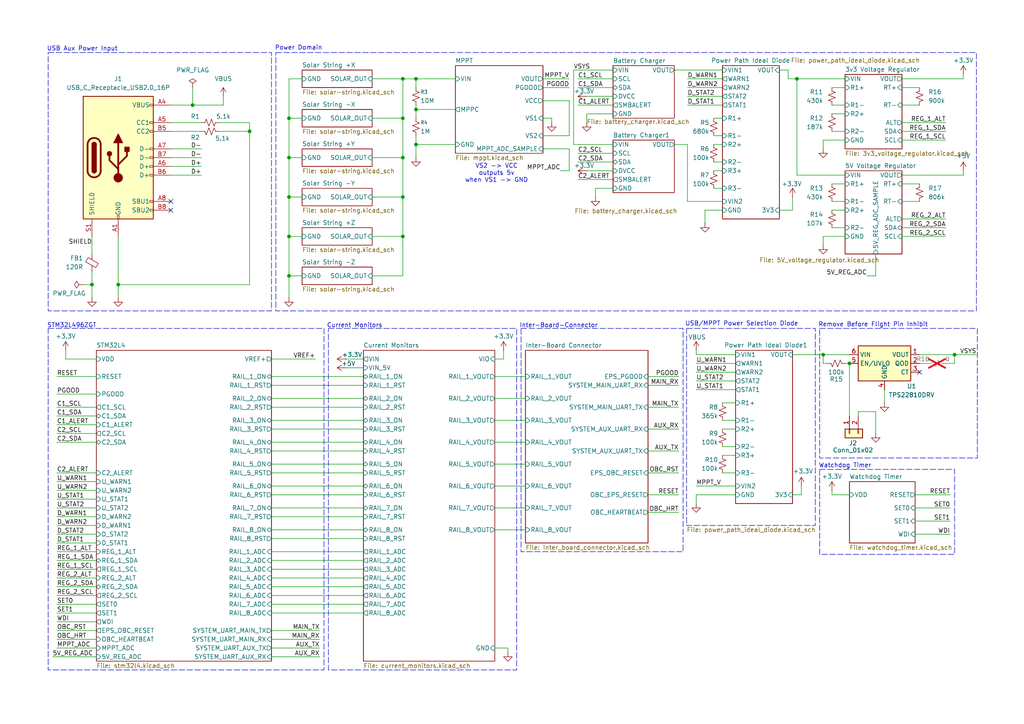
<source format=kicad_sch>
(kicad_sch (version 20250114) (generator "eeschema") (generator_version "9.0")
  (paper "A4")
  (title_block (title "OSUSat CubeSat EPS") (date "2025-08-22") (rev "1") (company "SCRT"))
  (lib_symbols
    (symbol "Connector:USB_C_Receptacle_USB2.0_16P" (pin_names (offset 1.016))
      (property "Reference" "J" (at 0 22.225 0))
      (property "Value" "USB_C_Receptacle_USB2.0_16P" (at 0 19.685 0))
      (symbol "USB_C_Receptacle_USB2.0_16P_0_0"
        (rectangle (start -0.254 -17.78) (end 0.254 -16.764))
        (rectangle (start 10.16 15.494) (end 9.144 14.986))
        (rectangle (start 10.16 10.414) (end 9.144 9.906))
        (rectangle (start 10.16 7.874) (end 9.144 7.366))
        (rectangle (start 10.16 2.794) (end 9.144 2.286))
        (rectangle (start 10.16 0.254) (end 9.144 -0.254))
        (rectangle (start 10.16 -2.286) (end 9.144 -2.794))
        (rectangle (start 10.16 -4.826) (end 9.144 -5.334))
        (rectangle (start 10.16 -12.446) (end 9.144 -12.954))
        (rectangle (start 10.16 -14.986) (end 9.144 -15.494))
      )
      (symbol "USB_C_Receptacle_USB2.0_16P_0_1"
        (rectangle (start -10.16 17.78) (end 10.16 -17.78) (stroke (width 0.254)) (fill (type background)))
        (polyline (pts (xy -8.89 -3.81) (xy -8.89 3.81)) (stroke (width 0.508)))
        (rectangle (start -7.62 -3.81) (end -6.35 3.81) (stroke (width 0.254)) (fill (type outline)))
        (arc (start -7.62 3.81) (mid -6.985 4.4423) (end -6.35 3.81) (stroke (width 0.254)))
        (arc (start -7.62 3.81) (mid -6.985 4.4423) (end -6.35 3.81) (stroke (width 0.254)) (fill (type outline)))
        (arc (start -8.89 3.81) (mid -6.985 5.7067) (end -5.08 3.81) (stroke (width 0.508)))
        (arc (start -5.08 -3.81) (mid -6.985 -5.7067) (end -8.89 -3.81) (stroke (width 0.508)))
        (arc (start -6.35 -3.81) (mid -6.985 -4.4423) (end -7.62 -3.81) (stroke (width 0.254)))
        (arc (start -6.35 -3.81) (mid -6.985 -4.4423) (end -7.62 -3.81) (stroke (width 0.254)) (fill (type outline)))
        (polyline (pts (xy -5.08 3.81) (xy -5.08 -3.81)) (stroke (width 0.508)))
        (circle (center -2.54 1.143) (radius 0.635) (stroke (width 0.254)) (fill (type outline)))
        (polyline (pts (xy -1.27 4.318) (xy 0 6.858) (xy 1.27 4.318) (xy -1.27 4.318)) (stroke (width 0.254)) (fill (type outline)))
        (polyline (pts (xy 0 -2.032) (xy 2.54 0.508) (xy 2.54 1.778)) (stroke (width 0.508)))
        (polyline (pts (xy 0 -3.302) (xy -2.54 -0.762) (xy -2.54 0.508)) (stroke (width 0.508)))
        (polyline (pts (xy 0 -5.842) (xy 0 4.318)) (stroke (width 0.508)))
        (circle (center 0 -5.842) (radius 1.27) (fill (type outline)))
        (rectangle (start 1.905 1.778) (end 3.175 3.048) (stroke (width 0.254)) (fill (type outline)))
      )
      (symbol "USB_C_Receptacle_USB2.0_16P_1_1"
        (pin passive line (at -7.62 -22.86 90) (length 5.08) (name "SHIELD") (number "S1"))
        (pin passive line (at 0 -22.86 90) (length 5.08) (name "GND") (number "A1"))
        (pin passive line (at 0 -22.86 90) (length 5.08) (hide yes) (name "GND") (number "A12"))
        (pin passive line (at 0 -22.86 90) (length 5.08) (hide yes) (name "GND") (number "B1"))
        (pin passive line (at 0 -22.86 90) (length 5.08) (hide yes) (name "GND") (number "B12"))
        (pin passive line (at 15.24 15.24 180) (length 5.08) (name "VBUS") (number "A4"))
        (pin passive line (at 15.24 15.24 180) (length 5.08) (hide yes) (name "VBUS") (number "A9"))
        (pin passive line (at 15.24 15.24 180) (length 5.08) (hide yes) (name "VBUS") (number "B4"))
        (pin passive line (at 15.24 15.24 180) (length 5.08) (hide yes) (name "VBUS") (number "B9"))
        (pin bidirectional line (at 15.24 10.16 180) (length 5.08) (name "CC1") (number "A5"))
        (pin bidirectional line (at 15.24 7.62 180) (length 5.08) (name "CC2") (number "B5"))
        (pin bidirectional line (at 15.24 2.54 180) (length 5.08) (name "D-") (number "A7"))
        (pin bidirectional line (at 15.24 0 180) (length 5.08) (name "D-") (number "B7"))
        (pin bidirectional line (at 15.24 -2.54 180) (length 5.08) (name "D+") (number "A6"))
        (pin bidirectional line (at 15.24 -5.08 180) (length 5.08) (name "D+") (number "B6"))
        (pin bidirectional line (at 15.24 -12.7 180) (length 5.08) (name "SBU1") (number "A8"))
        (pin bidirectional line (at 15.24 -15.24 180) (length 5.08) (name "SBU2") (number "B8"))
      )
    )
    (symbol "Connector_Generic:Conn_01x02" (pin_names (offset 1.016) (hide yes))
      (property "Reference" "J" (at 0 2.54 0))
      (property "Value" "Conn_01x02" (at 0 -5.08 0))
      (symbol "Conn_01x02_1_1"
        (rectangle (start -1.27 1.27) (end 1.27 -3.81) (stroke (width 0.254)) (fill (type background)))
        (rectangle (start -1.27 0.127) (end 0 -0.127) (stroke (width 0.1524)))
        (rectangle (start -1.27 -2.413) (end 0 -2.667) (stroke (width 0.1524)))
        (pin passive line (at -5.08 0 0) (length 3.81) (name "Pin_1") (number "1"))
        (pin passive line (at -5.08 -2.54 0) (length 3.81) (name "Pin_2") (number "2"))
      )
    )
    (symbol "Device:FerriteBead_Small" (pin_numbers (hide yes)) (pin_names (offset 0))
      (property "Reference" "FB" (at 1.905 1.27 0))
      (property "Value" "FerriteBead_Small" (at 1.905 -1.27 0))
      (symbol "FerriteBead_Small_0_1"
        (polyline (pts (xy -1.8288 0.2794) (xy -1.1176 1.4986) (xy 1.8288 -0.2032) (xy 1.1176 -1.4224) (xy -1.8288 0.2794)))
        (polyline (pts (xy 0 0.889) (xy 0 1.2954)))
        (polyline (pts (xy 0 -1.27) (xy 0 -0.7874)))
      )
      (symbol "FerriteBead_Small_1_1"
        (pin passive line (at 0 2.54 270) (length 1.27) (name "~") (number "1"))
        (pin passive line (at 0 -2.54 90) (length 1.27) (name "~") (number "2"))
      )
    )
    (symbol "Device:R_Small_US" (pin_numbers (hide yes)) (pin_names (offset 0.254) (hide yes))
      (property "Reference" "R" (at 0.762 0.508 0))
      (property "Value" "R_Small_US" (at 0.762 -1.016 0))
      (symbol "R_Small_US_1_1"
        (polyline (pts (xy 0 1.524) (xy 1.016 1.143) (xy 0 0.762) (xy -1.016 0.381) (xy 0 0)))
        (polyline (pts (xy 0 0) (xy 1.016 -0.381) (xy 0 -0.762) (xy -1.016 -1.143) (xy 0 -1.524)))
        (pin passive line (at 0 2.54 270) (length 1.016) (name "~") (number "1"))
        (pin passive line (at 0 -2.54 90) (length 1.016) (name "~") (number "2"))
      )
    )
    (symbol "Power_Management:TPS22810DRV"
      (property "Reference" "U" (at -6.35 6.35 0))
      (property "Value" "TPS22810DRV" (at 7.62 -6.35 0))
      (symbol "TPS22810DRV_1_1"
        (rectangle (start -7.62 5.08) (end 7.62 -5.08) (stroke (width 0.254)) (fill (type background)))
        (pin power_in line (at -10.16 2.54 0) (length 2.54) (name "VIN") (number "6"))
        (pin input line (at -10.16 0 0) (length 2.54) (name "EN/UVLO") (number "5"))
        (pin power_in line (at 0 -7.62 90) (length 2.54) (name "GND") (number "4"))
        (pin passive line (at 0 -7.62 90) (length 2.54) (hide yes) (name "GND") (number "7"))
        (pin power_out line (at 10.16 2.54 180) (length 2.54) (name "VOUT") (number "1"))
        (pin open_collector line (at 10.16 0 180) (length 2.54) (name "QOD") (number "2"))
        (pin output line (at 10.16 -2.54 180) (length 2.54) (name "CT") (number "3"))
      )
    )
    (symbol "power:+3.3V" (power) (pin_numbers (hide yes)) (pin_names (offset 0) (hide yes))
      (property "Value" "+3.3V" (at 0 3.556 0))
      (symbol "+3.3V_0_1"
        (polyline (pts (xy -0.762 1.27) (xy 0 2.54)))
        (polyline (pts (xy 0 2.54) (xy 0.762 1.27)))
        (polyline (pts (xy 0 0) (xy 0 2.54)))
      )
      (symbol "+3.3V_1_1"
        (pin power_in line (at 0 0 90) (length 0) (name "~") (number "1"))
      )
    )
    (symbol "power:+5V" (power) (pin_numbers (hide yes)) (pin_names (offset 0) (hide yes))
      (property "Value" "+5V" (at 0 3.556 0))
      (symbol "+5V_0_1"
        (polyline (pts (xy -0.762 1.27) (xy 0 2.54)))
        (polyline (pts (xy 0 2.54) (xy 0.762 1.27)))
        (polyline (pts (xy 0 0) (xy 0 2.54)))
      )
      (symbol "+5V_1_1"
        (pin power_in line (at 0 0 90) (length 0) (name "~") (number "1"))
      )
    )
    (symbol "power:GND" (power) (pin_numbers (hide yes)) (pin_names (offset 0) (hide yes))
      (property "Value" "GND" (at 0 -3.81 0))
      (symbol "GND_0_1"
        (polyline (pts (xy 0 0) (xy 0 -1.27) (xy 1.27 -1.27) (xy 0 -2.54) (xy -1.27 -1.27) (xy 0 -1.27)))
      )
      (symbol "GND_1_1"
        (pin power_in line (at 0 0 270) (length 0) (name "~") (number "1"))
      )
    )
    (symbol "power:PWR_FLAG" (power) (pin_numbers (hide yes)) (pin_names (offset 0) (hide yes))
      (property "Value" "PWR_FLAG" (at 0 3.81 0))
      (symbol "PWR_FLAG_0_0"
        (pin power_out line (at 0 0 90) (length 0) (name "~") (number "1"))
      )
      (symbol "PWR_FLAG_0_1"
        (polyline (pts (xy 0 0) (xy 0 1.27) (xy -1.016 1.905) (xy 0 2.54) (xy 1.016 1.905) (xy 0 1.27)))
      )
    )
    (symbol "power:VBUS" (power) (pin_numbers (hide yes)) (pin_names (offset 0) (hide yes))
      (property "Value" "VBUS" (at 0 3.556 0))
      (symbol "VBUS_0_1"
        (polyline (pts (xy -0.762 1.27) (xy 0 2.54)))
        (polyline (pts (xy 0 2.54) (xy 0.762 1.27)))
        (polyline (pts (xy 0 0) (xy 0 2.54)))
      )
      (symbol "VBUS_1_1"
        (pin power_in line (at 0 0 90) (length 0) (name "~") (number "1"))
      )
    )
  )
  (rectangle (start 95.25 95.25) (end 149.86 194.31) (stroke (width 0) (type dash)))
  (rectangle (start 13.97 95.25) (end 93.98 194.31) (stroke (width 0) (type dash)))
  (rectangle (start 199.136 95.25) (end 236.474 152.4) (stroke (width 0) (type dash)))
  (rectangle (start 237.744 136.144) (end 276.86 160.782) (stroke (width 0) (type dash)))
  (rectangle (start 237.744 95.25) (end 283.464 132.842) (stroke (width 0) (type dash)))
  (rectangle (start 13.97 15.24) (end 78.74 90.17) (stroke (width 0) (type dash)))
  (rectangle (start 151.13 95.25) (end 198.12 160.02) (stroke (width 0) (type dash)))
  (rectangle (start 80.01 15.24) (end 283.21 90.17) (stroke (width 0) (type dash)))
  (text "VS2 -> VCC\noutputs 5v\nwhen VS1 -> GND" (at 144.018 50.292 0) (effects (font (size 1.27 1.27))))
  (text "Inter-Board-Connector" (at 162.052 94.488 0) (effects (font (size 1.27 1.27))))
  (text "Remove Before Flight Pin Inhibit" (at 253.238 94.234 0) (effects (font (size 1.27 1.27))))
  (text "Watchdog Timer" (at 245.11 135.128 0) (effects (font (size 1.27 1.27))))
  (text "USB/MPPT Power Selection Diode" (at 215.138 93.98 0) (effects (font (size 1.27 1.27))))
  (text "Current Monitors" (at 102.87 94.488 0) (effects (font (size 1.27 1.27))))
  (text "Power Domain" (at 86.614 13.97 0) (effects (font (size 1.27 1.27))))
  (text "STM32L496ZGT" (at 20.828 94.488 0) (effects (font (size 1.27 1.27))))
  (text "USB Aux Power Input" (at 23.876 14.224 0) (effects (font (size 1.27 1.27))))
  (junction (at 83.82 45.72))
  (junction (at 26.67 82.55))
  (junction (at 120.65 31.75))
  (junction (at 116.84 68.58))
  (junction (at 116.84 45.72))
  (junction (at 34.29 82.55))
  (junction (at 83.82 68.58))
  (junction (at 72.39 38.1))
  (junction (at 116.84 22.86))
  (junction (at 83.82 34.29))
  (junction (at 238.76 102.87))
  (junction (at 55.88 30.48))
  (junction (at 120.65 41.91))
  (junction (at 83.82 80.01))
  (junction (at 116.84 34.29))
  (junction (at 116.84 57.15))
  (junction (at 83.82 57.15))
  (junction (at 276.86 102.87))
  (junction (at 231.14 22.86))
  (junction (at 120.65 22.86))
  (junction (at 246.38 105.41))
  (no_connect (at 49.53 58.42))
  (no_connect (at 49.53 60.96))
  (no_connect (at 266.7 107.95))
  (wire (pts (xy 16.51 165.1) (xy 27.94 165.1)))
  (wire (pts (xy 16.51 167.64) (xy 27.94 167.64)))
  (wire (pts (xy 209.55 132.08) (xy 213.36 132.08)))
  (wire (pts (xy 72.39 38.1) (xy 72.39 82.55)))
  (wire (pts (xy 16.51 180.34) (xy 27.94 180.34)))
  (wire (pts (xy 107.95 68.58) (xy 116.84 68.58)))
  (wire (pts (xy 157.48 34.29) (xy 160.02 34.29)))
  (wire (pts (xy 72.39 82.55) (xy 34.29 82.55)))
  (wire (pts (xy 78.74 182.88) (xy 92.71 182.88)))
  (wire (pts (xy 261.62 68.58) (xy 274.32 68.58)))
  (wire (pts (xy 143.51 134.62) (xy 152.4 134.62)))
  (wire (pts (xy 195.58 20.32) (xy 209.55 20.32)))
  (wire (pts (xy 274.32 105.41) (xy 276.86 105.41)))
  (wire (pts (xy 78.74 153.67) (xy 105.41 153.67)))
  (wire (pts (xy 16.51 177.8) (xy 27.94 177.8)))
  (wire (pts (xy 209.55 121.92) (xy 213.36 121.92)))
  (wire (pts (xy 78.74 134.62) (xy 105.41 134.62)))
  (wire (pts (xy 240.03 105.41) (xy 238.76 105.41)))
  (wire (pts (xy 78.74 137.16) (xy 105.41 137.16)))
  (wire (pts (xy 165.1 29.21) (xy 157.48 29.21)))
  (wire (pts (xy 83.82 57.15) (xy 83.82 68.58)))
  (wire (pts (xy 261.62 25.4) (xy 266.7 25.4)))
  (wire (pts (xy 78.74 187.96) (xy 92.71 187.96)))
  (wire (pts (xy 83.82 34.29) (xy 87.63 34.29)))
  (wire (pts (xy 143.51 153.67) (xy 152.4 153.67)))
  (wire (pts (xy 78.74 160.02) (xy 105.41 160.02)))
  (wire (pts (xy 238.76 105.41) (xy 238.76 102.87)))
  (wire (pts (xy 167.64 46.99) (xy 177.8 46.99)))
  (wire (pts (xy 83.82 57.15) (xy 87.63 57.15)))
  (wire (pts (xy 16.51 114.3) (xy 27.94 114.3)))
  (wire (pts (xy 241.3 33.02) (xy 245.11 33.02)))
  (wire (pts (xy 187.96 111.76) (xy 196.85 111.76)))
  (wire (pts (xy 83.82 68.58) (xy 87.63 68.58)))
  (wire (pts (xy 78.74 104.14) (xy 91.44 104.14)))
  (wire (pts (xy 167.64 52.07) (xy 177.8 52.07)))
  (wire (pts (xy 165.1 49.53) (xy 162.56 49.53)))
  (wire (pts (xy 276.86 105.41) (xy 276.86 102.87)))
  (wire (pts (xy 279.4 50.8) (xy 279.4 49.53)))
  (wire (pts (xy 172.72 54.61) (xy 172.72 57.15)))
  (wire (pts (xy 83.82 80.01) (xy 87.63 80.01)))
  (wire (pts (xy 34.29 68.58) (xy 34.29 82.55)))
  (wire (pts (xy 16.51 152.4) (xy 27.94 152.4)))
  (wire (pts (xy 231.14 22.86) (xy 245.11 22.86)))
  (wire (pts (xy 116.84 68.58) (xy 116.84 57.15)))
  (wire (pts (xy 16.51 109.22) (xy 27.94 109.22)))
  (wire (pts (xy 146.05 101.6) (xy 146.05 104.14)))
  (wire (pts (xy 195.58 41.91) (xy 199.39 41.91)))
  (wire (pts (xy 261.62 35.56) (xy 274.32 35.56)))
  (wire (pts (xy 16.51 118.11) (xy 27.94 118.11)))
  (wire (pts (xy 83.82 80.01) (xy 83.82 86.36)))
  (wire (pts (xy 201.93 101.6) (xy 201.93 102.87)))
  (wire (pts (xy 78.74 115.57) (xy 105.41 115.57)))
  (wire (pts (xy 207.01 46.99) (xy 209.55 46.99)))
  (wire (pts (xy 78.74 177.8) (xy 105.41 177.8)))
  (wire (pts (xy 165.1 39.37) (xy 165.1 29.21)))
  (wire (pts (xy 120.65 31.75) (xy 120.65 34.29)))
  (wire (pts (xy 248.92 119.38) (xy 254 119.38)))
  (wire (pts (xy 83.82 22.86) (xy 83.82 34.29)))
  (wire (pts (xy 238.76 102.87) (xy 246.38 102.87)))
  (wire (pts (xy 64.77 30.48) (xy 64.77 27.94)))
  (wire (pts (xy 120.65 45.72) (xy 120.65 41.91)))
  (wire (pts (xy 16.51 125.73) (xy 27.94 125.73)))
  (wire (pts (xy 199.39 30.48) (xy 209.55 30.48)))
  (wire (pts (xy 187.96 118.11) (xy 196.85 118.11)))
  (wire (pts (xy 232.41 143.51) (xy 229.87 143.51)))
  (wire (pts (xy 207.01 49.53) (xy 209.55 49.53)))
  (wire (pts (xy 209.55 124.46) (xy 213.36 124.46)))
  (wire (pts (xy 16.51 147.32) (xy 27.94 147.32)))
  (wire (pts (xy 78.74 143.51) (xy 105.41 143.51)))
  (wire (pts (xy 261.62 66.04) (xy 274.32 66.04)))
  (wire (pts (xy 16.51 170.18) (xy 27.94 170.18)))
  (wire (pts (xy 78.74 109.22) (xy 105.41 109.22)))
  (wire (pts (xy 78.74 130.81) (xy 105.41 130.81)))
  (wire (pts (xy 107.95 57.15) (xy 116.84 57.15)))
  (wire (pts (xy 199.39 22.86) (xy 209.55 22.86)))
  (wire (pts (xy 78.74 111.76) (xy 105.41 111.76)))
  (wire (pts (xy 143.51 187.96) (xy 147.32 187.96)))
  (wire (pts (xy 49.53 45.72) (xy 58.42 45.72)))
  (wire (pts (xy 261.62 50.8) (xy 279.4 50.8)))
  (wire (pts (xy 16.51 120.65) (xy 27.94 120.65)))
  (wire (pts (xy 16.51 149.86) (xy 27.94 149.86)))
  (wire (pts (xy 19.05 104.14) (xy 27.94 104.14)))
  (wire (pts (xy 26.67 68.58) (xy 26.67 73.66)))
  (wire (pts (xy 16.51 123.19) (xy 27.94 123.19)))
  (wire (pts (xy 120.65 22.86) (xy 132.08 22.86)))
  (wire (pts (xy 26.67 82.55) (xy 26.67 86.36)))
  (wire (pts (xy 100.33 106.68) (xy 105.41 106.68)))
  (wire (pts (xy 16.51 187.96) (xy 27.94 187.96)))
  (wire (pts (xy 107.95 22.86) (xy 116.84 22.86)))
  (wire (pts (xy 83.82 34.29) (xy 83.82 45.72)))
  (wire (pts (xy 78.74 149.86) (xy 105.41 149.86)))
  (wire (pts (xy 49.53 30.48) (xy 55.88 30.48)))
  (wire (pts (xy 170.18 49.53) (xy 177.8 49.53)))
  (wire (pts (xy 232.41 140.97) (xy 232.41 143.51)))
  (wire (pts (xy 16.51 175.26) (xy 27.94 175.26)))
  (wire (pts (xy 241.3 53.34) (xy 245.11 53.34)))
  (wire (pts (xy 72.39 38.1) (xy 63.5 38.1)))
  (wire (pts (xy 199.39 41.91) (xy 199.39 58.42)))
  (wire (pts (xy 16.51 139.7) (xy 27.94 139.7)))
  (wire (pts (xy 209.55 116.84) (xy 213.36 116.84)))
  (wire (pts (xy 209.55 129.54) (xy 213.36 129.54)))
  (wire (pts (xy 209.55 137.16) (xy 213.36 137.16)))
  (wire (pts (xy 78.74 190.5) (xy 92.71 190.5)))
  (wire (pts (xy 24.13 82.55) (xy 26.67 82.55)))
  (wire (pts (xy 170.18 33.02) (xy 177.8 33.02)))
  (wire (pts (xy 166.37 20.32) (xy 166.37 41.91)))
  (wire (pts (xy 116.84 22.86) (xy 120.65 22.86)))
  (wire (pts (xy 254 80.01) (xy 251.46 80.01)))
  (wire (pts (xy 261.62 63.5) (xy 274.32 63.5)))
  (wire (pts (xy 261.62 40.64) (xy 274.32 40.64)))
  (wire (pts (xy 207.01 39.37) (xy 209.55 39.37)))
  (wire (pts (xy 16.51 137.16) (xy 27.94 137.16)))
  (wire (pts (xy 78.74 156.21) (xy 105.41 156.21)))
  (wire (pts (xy 229.87 102.87) (xy 238.76 102.87)))
  (wire (pts (xy 78.74 162.56) (xy 105.41 162.56)))
  (wire (pts (xy 143.51 109.22) (xy 152.4 109.22)))
  (wire (pts (xy 241.3 143.51) (xy 246.38 143.51)))
  (wire (pts (xy 116.84 57.15) (xy 116.84 45.72)))
  (wire (pts (xy 265.43 154.94) (xy 275.59 154.94)))
  (wire (pts (xy 78.74 124.46) (xy 105.41 124.46)))
  (wire (pts (xy 201.93 143.51) (xy 201.93 146.05)))
  (wire (pts (xy 34.29 82.55) (xy 34.29 86.36)))
  (wire (pts (xy 157.48 22.86) (xy 165.1 22.86)))
  (wire (pts (xy 157.48 43.18) (xy 165.1 43.18)))
  (wire (pts (xy 229.87 60.96) (xy 226.06 60.96)))
  (wire (pts (xy 228.6 20.32) (xy 226.06 20.32)))
  (wire (pts (xy 265.43 147.32) (xy 275.59 147.32)))
  (wire (pts (xy 87.63 22.86) (xy 83.82 22.86)))
  (wire (pts (xy 100.33 104.14) (xy 105.41 104.14)))
  (wire (pts (xy 166.37 41.91) (xy 177.8 41.91)))
  (wire (pts (xy 167.64 30.48) (xy 177.8 30.48)))
  (wire (pts (xy 78.74 128.27) (xy 105.41 128.27)))
  (wire (pts (xy 167.64 25.4) (xy 177.8 25.4)))
  (wire (pts (xy 265.43 151.13) (xy 275.59 151.13)))
  (wire (pts (xy 49.53 48.26) (xy 58.42 48.26)))
  (wire (pts (xy 116.84 45.72) (xy 116.84 34.29)))
  (wire (pts (xy 170.18 27.94) (xy 177.8 27.94)))
  (wire (pts (xy 229.87 57.15) (xy 229.87 60.96)))
  (wire (pts (xy 63.5 35.56) (xy 72.39 35.56)))
  (wire (pts (xy 167.64 44.45) (xy 177.8 44.45)))
  (wire (pts (xy 276.86 102.87) (xy 283.21 102.87)))
  (wire (pts (xy 78.74 165.1) (xy 105.41 165.1)))
  (wire (pts (xy 83.82 45.72) (xy 87.63 45.72)))
  (wire (pts (xy 231.14 50.8) (xy 245.11 50.8)))
  (wire (pts (xy 261.62 58.42) (xy 266.7 58.42)))
  (wire (pts (xy 78.74 140.97) (xy 105.41 140.97)))
  (wire (pts (xy 120.65 41.91) (xy 132.08 41.91)))
  (wire (pts (xy 143.51 128.27) (xy 152.4 128.27)))
  (wire (pts (xy 177.8 54.61) (xy 172.72 54.61)))
  (wire (pts (xy 49.53 35.56) (xy 58.42 35.56)))
  (wire (pts (xy 78.74 121.92) (xy 105.41 121.92)))
  (wire (pts (xy 49.53 43.18) (xy 58.42 43.18)))
  (wire (pts (xy 167.64 22.86) (xy 177.8 22.86)))
  (wire (pts (xy 241.3 25.4) (xy 245.11 25.4)))
  (wire (pts (xy 201.93 105.41) (xy 213.36 105.41)))
  (wire (pts (xy 187.96 143.51) (xy 196.85 143.51)))
  (wire (pts (xy 201.93 140.97) (xy 213.36 140.97)))
  (wire (pts (xy 207.01 41.91) (xy 209.55 41.91)))
  (wire (pts (xy 16.51 172.72) (xy 27.94 172.72)))
  (wire (pts (xy 199.39 27.94) (xy 209.55 27.94)))
  (wire (pts (xy 16.51 142.24) (xy 27.94 142.24)))
  (wire (pts (xy 15.24 190.5) (xy 27.94 190.5)))
  (wire (pts (xy 266.7 105.41) (xy 269.24 105.41)))
  (wire (pts (xy 78.74 170.18) (xy 105.41 170.18)))
  (wire (pts (xy 49.53 50.8) (xy 58.42 50.8)))
  (wire (pts (xy 241.3 142.24) (xy 241.3 143.51)))
  (wire (pts (xy 116.84 34.29) (xy 116.84 22.86)))
  (wire (pts (xy 157.48 39.37) (xy 165.1 39.37)))
  (wire (pts (xy 241.3 30.48) (xy 245.11 30.48)))
  (wire (pts (xy 27.94 182.88) (xy 16.51 182.88)))
  (wire (pts (xy 78.74 175.26) (xy 105.41 175.26)))
  (wire (pts (xy 204.47 60.96) (xy 204.47 64.77)))
  (wire (pts (xy 19.05 101.6) (xy 19.05 104.14)))
  (wire (pts (xy 143.51 121.92) (xy 152.4 121.92)))
  (wire (pts (xy 201.93 102.87) (xy 213.36 102.87)))
  (wire (pts (xy 55.88 25.4) (xy 55.88 30.48)))
  (wire (pts (xy 16.51 160.02) (xy 27.94 160.02)))
  (wire (pts (xy 245.11 68.58) (xy 238.76 68.58)))
  (wire (pts (xy 72.39 35.56) (xy 72.39 38.1)))
  (wire (pts (xy 201.93 113.03) (xy 213.36 113.03)))
  (wire (pts (xy 166.37 20.32) (xy 177.8 20.32)))
  (wire (pts (xy 261.62 38.1) (xy 274.32 38.1)))
  (wire (pts (xy 213.36 143.51) (xy 201.93 143.51)))
  (wire (pts (xy 160.02 34.29) (xy 160.02 35.56)))
  (wire (pts (xy 187.96 130.81) (xy 196.85 130.81)))
  (wire (pts (xy 143.51 147.32) (xy 152.4 147.32)))
  (wire (pts (xy 107.95 34.29) (xy 116.84 34.29)))
  (wire (pts (xy 241.3 38.1) (xy 245.11 38.1)))
  (wire (pts (xy 238.76 40.64) (xy 238.76 43.18)))
  (wire (pts (xy 254 73.66) (xy 254 80.01)))
  (wire (pts (xy 165.1 43.18) (xy 165.1 49.53)))
  (wire (pts (xy 265.43 143.51) (xy 275.59 143.51)))
  (wire (pts (xy 187.96 137.16) (xy 196.85 137.16)))
  (wire (pts (xy 279.4 22.86) (xy 279.4 21.59)))
  (wire (pts (xy 245.11 105.41) (xy 246.38 105.41)))
  (wire (pts (xy 238.76 68.58) (xy 238.76 71.12)))
  (wire (pts (xy 120.65 30.48) (xy 120.65 31.75)))
  (wire (pts (xy 16.51 144.78) (xy 27.94 144.78)))
  (wire (pts (xy 246.38 105.41) (xy 246.38 120.65)))
  (wire (pts (xy 248.92 119.38) (xy 248.92 120.65)))
  (wire (pts (xy 209.55 60.96) (xy 204.47 60.96)))
  (wire (pts (xy 78.74 118.11) (xy 105.41 118.11)))
  (wire (pts (xy 170.18 35.56) (xy 170.18 33.02)))
  (wire (pts (xy 157.48 25.4) (xy 165.1 25.4)))
  (wire (pts (xy 201.93 107.95) (xy 213.36 107.95)))
  (wire (pts (xy 266.7 102.87) (xy 276.86 102.87)))
  (wire (pts (xy 187.96 148.59) (xy 196.85 148.59)))
  (wire (pts (xy 120.65 31.75) (xy 132.08 31.75)))
  (wire (pts (xy 228.6 22.86) (xy 228.6 20.32)))
  (wire (pts (xy 16.51 128.27) (xy 27.94 128.27)))
  (wire (pts (xy 201.93 110.49) (xy 213.36 110.49)))
  (wire (pts (xy 187.96 109.22) (xy 196.85 109.22)))
  (wire (pts (xy 120.65 39.37) (xy 120.65 41.91)))
  (wire (pts (xy 187.96 124.46) (xy 196.85 124.46)))
  (wire (pts (xy 107.95 45.72) (xy 116.84 45.72)))
  (wire (pts (xy 254 119.38) (xy 254 125.73)))
  (wire (pts (xy 27.94 185.42) (xy 16.51 185.42)))
  (wire (pts (xy 241.3 58.42) (xy 245.11 58.42)))
  (wire (pts (xy 78.74 172.72) (xy 105.41 172.72)))
  (wire (pts (xy 78.74 147.32) (xy 105.41 147.32)))
  (wire (pts (xy 207.01 34.29) (xy 209.55 34.29)))
  (wire (pts (xy 261.62 22.86) (xy 279.4 22.86)))
  (wire (pts (xy 116.84 80.01) (xy 116.84 68.58)))
  (wire (pts (xy 241.3 66.04) (xy 245.11 66.04)))
  (wire (pts (xy 199.39 58.42) (xy 209.55 58.42)))
  (wire (pts (xy 143.51 140.97) (xy 152.4 140.97)))
  (wire (pts (xy 16.51 154.94) (xy 27.94 154.94)))
  (wire (pts (xy 49.53 38.1) (xy 58.42 38.1)))
  (wire (pts (xy 245.11 40.64) (xy 238.76 40.64)))
  (wire (pts (xy 147.32 187.96) (xy 147.32 189.23)))
  (wire (pts (xy 107.95 80.01) (xy 116.84 80.01)))
  (wire (pts (xy 231.14 22.86) (xy 231.14 50.8)))
  (wire (pts (xy 228.6 22.86) (xy 231.14 22.86)))
  (wire (pts (xy 26.67 78.74) (xy 26.67 82.55)))
  (wire (pts (xy 16.51 162.56) (xy 27.94 162.56)))
  (wire (pts (xy 78.74 167.64) (xy 105.41 167.64)))
  (wire (pts (xy 83.82 68.58) (xy 83.82 80.01)))
  (wire (pts (xy 241.3 60.96) (xy 245.11 60.96)))
  (wire (pts (xy 78.74 185.42) (xy 92.71 185.42)))
  (wire (pts (xy 120.65 22.86) (xy 120.65 25.4)))
  (wire (pts (xy 256.54 113.03) (xy 256.54 116.84)))
  (wire (pts (xy 199.39 25.4) (xy 209.55 25.4)))
  (wire (pts (xy 143.51 115.57) (xy 152.4 115.57)))
  (wire (pts (xy 143.51 104.14) (xy 146.05 104.14)))
  (wire (pts (xy 207.01 54.61) (xy 209.55 54.61)))
  (wire (pts (xy 16.51 157.48) (xy 27.94 157.48)))
  (wire (pts (xy 261.62 53.34) (xy 266.7 53.34)))
  (wire (pts (xy 55.88 30.48) (xy 64.77 30.48)))
  (wire (pts (xy 261.62 30.48) (xy 266.7 30.48)))
  (wire (pts (xy 83.82 45.72) (xy 83.82 57.15)))
  (label "U_WARN1" (at 201.93 105.41 0))
  (label "D+" (at 58.42 50.8 180))
  (label "C1_SDA" (at 167.64 25.4 0))
  (label "RESET" (at 196.85 143.51 180))
  (label "C2_SDA" (at 167.64 46.99 0))
  (label "U_STAT2" (at 201.93 110.49 0))
  (label "U_STAT1" (at 201.93 113.03 0))
  (label "5V_REG_ADC" (at 251.46 80.01 180))
  (label "U_STAT1" (at 16.51 144.78 0))
  (label "C1_ALERT" (at 167.64 30.48 0))
  (label "REG_2_ALT" (at 274.32 63.5 180))
  (label "C2_ALERT" (at 16.51 137.16 0))
  (label "REG_1_SDA" (at 274.32 38.1 180))
  (label "C1_SCL" (at 16.51 118.11 0))
  (label "MAIN_TX" (at 92.71 182.88 180))
  (label "REG_2_SCL" (at 16.51 172.72 0))
  (label "AUX_RX" (at 92.71 190.5 180))
  (label "D-" (at 58.42 45.72 180))
  (label "PGOOD" (at 165.1 25.4 180))
  (label "VSYS" (at 283.21 102.87 180))
  (label "OBC_RST" (at 16.51 182.88 0))
  (label "C2_SDA" (at 16.51 128.27 0))
  (label "REG_2_SDA" (at 274.32 66.04 180))
  (label "D_STAT2" (at 199.39 27.94 0))
  (label "REG_1_ALT" (at 274.32 35.56 180))
  (label "U_WARN1" (at 16.51 139.7 0))
  (label "REG_1_SDA" (at 16.51 162.56 0))
  (label "RESET" (at 16.51 109.22 0))
  (label "D_WARN1" (at 16.51 149.86 0))
  (label "5V_REG_ADC" (at 15.24 190.5 0))
  (label "REG_1_SCL" (at 274.32 40.64 180))
  (label "OBC_RST" (at 196.85 137.16 180))
  (label "REG_2_SDA" (at 16.51 170.18 0))
  (label "MAIN_TX" (at 196.85 118.11 180))
  (label "REG_2_ALT" (at 16.51 167.64 0))
  (label "PGOOD" (at 196.85 109.22 180))
  (label "MAIN_RX" (at 196.85 111.76 180))
  (label "D_STAT2" (at 16.51 154.94 0))
  (label "SET1" (at 16.51 177.8 0))
  (label "C1_ALERT" (at 16.51 123.19 0))
  (label "RESET" (at 275.59 143.51 180))
  (label "MPPT_V" (at 165.1 22.86 180))
  (label "REG_1_SCL" (at 16.51 165.1 0))
  (label "SET0" (at 16.51 175.26 0))
  (label "SHIELD" (at 26.67 71.12 180))
  (label "SET0" (at 275.59 147.32 180))
  (label "D_STAT1" (at 199.39 30.48 0))
  (label "C1_SCL" (at 167.64 22.86 0))
  (label "MPPT_V" (at 201.93 140.97 0))
  (label "D_WARN2" (at 199.39 25.4 0))
  (label "REG_1_ALT" (at 16.51 160.02 0))
  (label "REG_2_SCL" (at 274.32 68.58 180))
  (label "C1_SDA" (at 16.51 120.65 0))
  (label "AUX_TX" (at 92.71 187.96 180))
  (label "VSYS" (at 166.37 20.32 0))
  (label "AUX_TX" (at 196.85 130.81 180))
  (label "MAIN_RX" (at 92.71 185.42 180))
  (label "WDI" (at 275.59 154.94 180))
  (label "SET1" (at 275.59 151.13 180))
  (label "U_WARN2" (at 201.93 107.95 0))
  (label "U_STAT2" (at 16.51 147.32 0))
  (label "U_WARN2" (at 16.51 142.24 0))
  (label "D_STAT1" (at 16.51 157.48 0))
  (label "C2_ALERT" (at 167.64 52.07 0))
  (label "AUX_RX" (at 196.85 124.46 180))
  (label "MPPT_ADC" (at 16.51 187.96 0))
  (label "D_WARN1" (at 199.39 22.86 0))
  (label "D_WARN2" (at 16.51 152.4 0))
  (label "D+" (at 58.42 48.26 180))
  (label "OBC_HRT" (at 16.51 185.42 0))
  (label "PGOOD" (at 16.51 114.3 0))
  (label "MPPT_ADC" (at 162.56 49.53 180))
  (label "C2_SCL" (at 167.64 44.45 0))
  (label "D-" (at 58.42 43.18 180))
  (label "OBC_HRT" (at 196.85 148.59 180))
  (label "WDI" (at 16.51 180.34 0))
  (label "C2_SCL" (at 16.51 125.73 0))
  (label "VREF+" (at 91.44 104.14 180))
  (symbol (lib_id "power:+3.3V") (at 170.18 49.53 90) (unit 1)
    (property "Reference" "#PWR014" (effects (hide yes)))
    (property "Value" "+3.3V" (at 169.418 48.006 90))
    (property "Description" "Power symbol creates a global label with name \"+3.3V\"" (effects (hide yes)))
  )
  (symbol (lib_id "Device:R_Small_US") (at 266.7 27.94 0) (mirror y) (unit 1)
    (property "Reference" "R16" (at 269.24 26.6699 0) (effects (justify right)))
    (property "Value" "900k" (at 269.24 29.2099 0) (effects (justify right)))
    (property "Description" "Resistor, small US symbol" (effects (hide yes)))
  )
  (symbol (lib_id "power:GND") (at 201.93 146.05 0) (unit 1)
    (property "Reference" "#PWR017" (effects (hide yes)))
    (property "Value" "GND" (effects (hide yes)))
    (property "Description" "Power symbol creates a global label with name \"GND\" , ground" (effects (hide yes)))
  )
  (symbol (lib_id "Device:R_Small_US") (at 271.78 105.41 90) (unit 1) (dnp yes)
    (property "Reference" "R18" (at 267.716 104.14 90))
    (property "Value" "0" (at 274.828 104.14 90))
    (property "Description" "Resistor, small US symbol" (effects (hide yes)))
  )
  (symbol (lib_id "Device:FerriteBead_Small") (at 26.67 76.2 0) (unit 1)
    (property "Reference" "FB1" (at 24.13 74.8918 0) (effects (justify right)))
    (property "Value" "120R" (at 24.13 77.4318 0) (effects (justify right)))
    (property "Description" "Ferrite bead, small symbol" (effects (hide yes)))
  )
  (symbol (lib_id "Device:R_Small_US") (at 241.3 55.88 0) (unit 1)
    (property "Reference" "R13" (at 238.76 54.6099 0) (effects (justify right)))
    (property "Value" "430k" (at 238.76 57.1499 0) (effects (justify right)))
    (property "Description" "Resistor, small US symbol" (effects (hide yes)))
  )
  (symbol (lib_id "power:PWR_FLAG") (at 55.88 25.4 0) (unit 1)
    (property "Reference" "#FLG01" (effects (hide yes)))
    (property "Value" "PWR_FLAG" (at 55.88 20.32 0))
    (property "Description" "Special symbol for telling ERC where power comes from" (effects (hide yes)))
  )
  (symbol (lib_id "power:+3.3V") (at 100.33 104.14 90) (unit 1)
    (property "Reference" "#PWR06" (effects (hide yes)))
    (property "Value" "+3.3V" (at 102.108 102.87 90))
    (property "Description" "Power symbol creates a global label with name \"+3.3V\"" (effects (hide yes)))
  )
  (symbol (lib_id "power:GND") (at 83.82 86.36 0) (unit 1)
    (property "Reference" "#PWR05" (effects (hide yes)))
    (property "Value" "GND" (effects (hide yes)))
    (property "Description" "Power symbol creates a global label with name \"GND\" , ground" (effects (hide yes)))
  )
  (symbol (lib_id "power:+3.3V") (at 19.05 101.6 0) (unit 1)
    (property "Reference" "#PWR01" (effects (hide yes)))
    (property "Value" "+3.3V" (at 19.05 97.536 0))
    (property "Description" "Power symbol creates a global label with name \"+3.3V\"" (effects (hide yes)))
  )
  (symbol (lib_id "Device:R_Small_US") (at 120.65 27.94 0) (unit 1)
    (property "Reference" "R3" (at 121.92 26.67 0) (effects (font (size 1.016 1.016)) (justify left)))
    (property "Value" "10M" (at 121.92 29.21 0) (effects (justify left)))
    (property "Description" "Resistor, small US symbol" (effects (hide yes)))
  )
  (symbol (lib_id "power:GND") (at 147.32 189.23 0) (unit 1)
    (property "Reference" "#PWR010" (effects (hide yes)))
    (property "Value" "GND" (effects (hide yes)))
    (property "Description" "Power symbol creates a global label with name \"GND\" , ground" (effects (hide yes)))
  )
  (symbol (lib_id "power:+3.3V") (at 146.05 101.6 0) (unit 1)
    (property "Reference" "#PWR09" (effects (hide yes)))
    (property "Value" "+3.3V" (at 146.05 97.536 0))
    (property "Description" "Power symbol creates a global label with name \"+3.3V\"" (effects (hide yes)))
  )
  (symbol (lib_id "Device:R_Small_US") (at 209.55 134.62 0) (unit 1)
    (property "Reference" "R10" (at 208.28 133.35 0) (effects (justify right)))
    (property "Value" "100k" (at 208.28 135.89 0) (effects (justify right)))
    (property "Description" "Resistor, small US symbol" (effects (hide yes)))
  )
  (symbol (lib_id "Device:R_Small_US") (at 241.3 27.94 0) (unit 1)
    (property "Reference" "R11" (at 238.76 26.6699 0) (effects (justify right)))
    (property "Value" "430k" (at 238.76 29.2099 0) (effects (justify right)))
    (property "Description" "Resistor, small US symbol" (effects (hide yes)))
  )
  (symbol (lib_id "power:+3.3V") (at 279.4 21.59 0) (unit 1)
    (property "Reference" "#PWR026" (effects (hide yes)))
    (property "Value" "+3.3V" (at 279.4 17.526 0))
    (property "Description" "Power symbol creates a global label with name \"+3.3V\"" (effects (hide yes)))
  )
  (symbol (lib_id "power:+3.3V") (at 229.87 57.15 0) (unit 1)
    (property "Reference" "#PWR019" (effects (hide yes)))
    (property "Value" "+3.3V" (at 229.616 53.34 0))
    (property "Description" "Power symbol creates a global label with name \"+3.3V\"" (effects (hide yes)))
  )
  (symbol (lib_id "power:GND") (at 120.65 45.72 0) (unit 1)
    (property "Reference" "#PWR08" (effects (hide yes)))
    (property "Value" "GND" (effects (hide yes)))
    (property "Description" "Power symbol creates a global label with name \"GND\" , ground" (effects (hide yes)))
  )
  (symbol (lib_id "power:GND") (at 204.47 64.77 0) (unit 1)
    (property "Reference" "#PWR018" (effects (hide yes)))
    (property "Value" "GND" (effects (hide yes)))
    (property "Description" "Power symbol creates a global label with name \"GND\" , ground" (effects (hide yes)))
  )
  (symbol (lib_id "power:+3.3V") (at 232.41 140.97 0) (unit 1)
    (property "Reference" "#PWR020" (effects (hide yes)))
    (property "Value" "+3.3V" (at 232.918 136.652 0))
    (property "Description" "Power symbol creates a global label with name \"+3.3V\"" (effects (hide yes)))
  )
  (symbol (lib_id "power:VBUS") (at 64.77 27.94 0) (unit 1)
    (property "Reference" "#PWR04" (effects (hide yes)))
    (property "Value" "VBUS" (at 64.77 22.86 0))
    (property "Description" "Power symbol creates a global label with name \"VBUS\"" (effects (hide yes)))
  )
  (symbol (lib_id "Device:R_Small_US") (at 209.55 119.38 0) (unit 1)
    (property "Reference" "R8" (at 208.28 118.11 0) (effects (justify right)))
    (property "Value" "365k" (at 208.28 120.65 0) (effects (justify right)))
    (property "Description" "Resistor, small US symbol" (effects (hide yes)))
  )
  (symbol (lib_id "power:VBUS") (at 201.93 101.6 0) (unit 1)
    (property "Reference" "#PWR016" (effects (hide yes)))
    (property "Value" "VBUS" (at 202.184 97.79 0))
    (property "Description" "Power symbol creates a global label with name \"VBUS\"" (effects (hide yes)))
  )
  (symbol (lib_id "power:GND") (at 26.67 86.36 0) (unit 1)
    (property "Reference" "#PWR02" (effects (hide yes)))
    (property "Value" "GND" (effects (hide yes)))
    (property "Description" "Power symbol creates a global label with name \"GND\" , ground" (effects (hide yes)))
  )
  (symbol (lib_id "Device:R_Small_US") (at 242.57 105.41 270) (mirror x) (unit 1)
    (property "Reference" "R15" (at 242.57 109.982 90))
    (property "Value" "100k" (at 242.57 107.95 90))
    (property "Description" "Resistor, small US symbol" (effects (hide yes)))
  )
  (symbol (lib_id "Device:R_Small_US") (at 266.7 55.88 0) (mirror y) (unit 1)
    (property "Reference" "R17" (at 269.24 54.6099 0) (effects (justify right)))
    (property "Value" "806k" (at 269.24 57.1499 0) (effects (justify right)))
    (property "Description" "Resistor, small US symbol" (effects (hide yes)))
  )
  (symbol (lib_id "power:GND") (at 254 125.73 0) (unit 1)
    (property "Reference" "#PWR024" (effects (hide yes)))
    (property "Value" "GND" (effects (hide yes)))
    (property "Description" "Power symbol creates a global label with name \"GND\" , ground" (effects (hide yes)))
  )
  (symbol (lib_id "Device:R_Small_US") (at 207.01 52.07 0) (unit 1)
    (property "Reference" "R7" (at 205.74 50.8 0) (effects (justify right)))
    (property "Value" "100k" (at 205.74 53.34 0) (effects (justify right)))
    (property "Description" "Resistor, small US symbol" (effects (hide yes)))
  )
  (symbol (lib_id "power:GND") (at 170.18 35.56 0) (unit 1)
    (property "Reference" "#PWR013" (effects (hide yes)))
    (property "Value" "GND" (effects (hide yes)))
    (property "Description" "Power symbol creates a global label with name \"GND\" , ground" (effects (hide yes)))
  )
  (symbol (lib_id "power:GND") (at 34.29 86.36 0) (unit 1)
    (property "Reference" "#PWR03" (effects (hide yes)))
    (property "Value" "GND" (effects (hide yes)))
    (property "Description" "Power symbol creates a global label with name \"GND\" , ground" (effects (hide yes)))
  )
  (symbol (lib_id "power:GND") (at 172.72 57.15 0) (unit 1)
    (property "Reference" "#PWR015" (effects (hide yes)))
    (property "Value" "GND" (effects (hide yes)))
    (property "Description" "Power symbol creates a global label with name \"GND\" , ground" (effects (hide yes)))
  )
  (symbol (lib_id "Device:R_Small_US") (at 241.3 35.56 0) (unit 1)
    (property "Reference" "R12" (at 238.76 34.2899 0) (effects (justify right)))
    (property "Value" "187k" (at 238.76 36.8299 0) (effects (justify right)))
    (property "Description" "Resistor, small US symbol" (effects (hide yes)))
  )
  (symbol (lib_id "power:GND") (at 238.76 43.18 0) (unit 1)
    (property "Reference" "#PWR021" (effects (hide yes)))
    (property "Value" "GND" (effects (hide yes)))
    (property "Description" "Power symbol creates a global label with name \"GND\" , ground" (effects (hide yes)))
  )
  (symbol (lib_id "power:+5V") (at 100.33 106.68 90) (unit 1)
    (property "Reference" "#PWR07" (effects (hide yes)))
    (property "Value" "+5V" (at 101.092 105.41 90))
    (property "Description" "Power symbol creates a global label with name \"+5V\"" (effects (hide yes)))
  )
  (symbol (lib_id "Device:R_Small_US") (at 120.65 36.83 0) (unit 1)
    (property "Reference" "R4" (at 121.92 35.56 0) (effects (font (size 1.016 1.016)) (justify left)))
    (property "Value" "1M" (at 121.92 38.1 0) (effects (justify left)))
    (property "Description" "Resistor, small US symbol" (effects (hide yes)))
  )
  (symbol (lib_id "Connector:USB_C_Receptacle_USB2.0_16P") (at 34.29 45.72 0) (unit 1)
    (property "Reference" "J1" (at 34.29 22.86 0))
    (property "Value" "USB_C_Receptacle_USB2.0_16P" (at 34.29 25.4 0))
    (property "Datasheet" "https://www.usb.org/sites/default/files/documents/usb_type-c.zip" (effects (hide yes)))
    (property "Description" "USB 2.0-only 16P Type-C Receptacle connector" (effects (hide yes)))
  )
  (symbol (lib_id "power:+3.3V") (at 170.18 27.94 90) (unit 1)
    (property "Reference" "#PWR012" (effects (hide yes)))
    (property "Value" "+3.3V" (at 169.418 26.416 90))
    (property "Description" "Power symbol creates a global label with name \"+3.3V\"" (effects (hide yes)))
  )
  (symbol (lib_id "Device:R_Small_US") (at 60.96 38.1 90) (mirror x) (unit 1)
    (property "Reference" "R2" (at 56.642 39.878 90))
    (property "Value" "5.1k" (at 64.516 40.132 90))
    (property "Description" "Resistor, small US symbol" (effects (hide yes)))
  )
  (symbol (lib_id "Device:R_Small_US") (at 209.55 127 0) (unit 1)
    (property "Reference" "R9" (at 208.28 125.73 0) (effects (justify right)))
    (property "Value" "100k" (at 208.28 128.27 0) (effects (justify right)))
    (property "Description" "Resistor, small US symbol" (effects (hide yes)))
  )
  (symbol (lib_id "Device:R_Small_US") (at 60.96 35.56 90) (unit 1)
    (property "Reference" "R1" (at 56.642 33.782 90))
    (property "Value" "5.1k" (at 64.77 33.782 90))
    (property "Description" "Resistor, small US symbol" (effects (hide yes)))
  )
  (symbol (lib_id "Connector_Generic:Conn_01x02") (at 246.38 125.73 90) (mirror x) (unit 1)
    (property "Reference" "J2" (at 247.396 128.524 90))
    (property "Value" "Conn_01x02" (at 247.396 130.556 90))
    (property "Description" "Generic connector, single row, 01x02, script generated (kicad-library-utils/schlib/autogen/connector/)" (effects (hide yes)))
  )
  (symbol (lib_id "power:GND") (at 256.54 116.84 0) (unit 1)
    (property "Reference" "#PWR025" (effects (hide yes)))
    (property "Value" "GND" (effects (hide yes)))
    (property "Description" "Power symbol creates a global label with name \"GND\" , ground" (effects (hide yes)))
  )
  (symbol (lib_id "power:+3.3V") (at 241.3 142.24 0) (unit 1)
    (property "Reference" "#PWR023" (effects (hide yes)))
    (property "Value" "+3.3V" (at 241.3 138.176 0))
    (property "Description" "Power symbol creates a global label with name \"+3.3V\"" (effects (hide yes)))
  )
  (symbol (lib_id "Device:R_Small_US") (at 241.3 63.5 0) (unit 1)
    (property "Reference" "R14" (at 238.76 62.2299 0) (effects (justify right)))
    (property "Value" "107k" (at 238.76 64.7699 0) (effects (justify right)))
    (property "Description" "Resistor, small US symbol" (effects (hide yes)))
  )
  (symbol (lib_id "power:GND") (at 238.76 71.12 0) (unit 1)
    (property "Reference" "#PWR022" (effects (hide yes)))
    (property "Value" "GND" (effects (hide yes)))
    (property "Description" "Power symbol creates a global label with name \"GND\" , ground" (effects (hide yes)))
  )
  (symbol (lib_id "Device:R_Small_US") (at 207.01 44.45 0) (unit 1)
    (property "Reference" "R6" (at 205.74 43.18 0) (effects (justify right)))
    (property "Value" "100k" (at 205.74 45.72 0) (effects (justify right)))
    (property "Description" "Resistor, small US symbol" (effects (hide yes)))
  )
  (symbol (lib_id "power:PWR_FLAG") (at 24.13 82.55 90) (unit 1)
    (property "Reference" "#FLG015" (effects (hide yes)))
    (property "Value" "PWR_FLAG" (at 24.892 85.09 90) (effects (justify left)))
    (property "Description" "Special symbol for telling ERC where power comes from" (effects (hide yes)))
  )
  (symbol (lib_id "power:GND") (at 160.02 35.56 0) (unit 1)
    (property "Reference" "#PWR011" (effects (hide yes)))
    (property "Value" "GND" (effects (hide yes)))
    (property "Description" "Power symbol creates a global label with name \"GND\" , ground" (effects (hide yes)))
  )
  (symbol (lib_id "power:+5V") (at 279.4 49.53 0) (unit 1)
    (property "Reference" "#PWR027" (effects (hide yes)))
    (property "Value" "+5V" (at 279.4 45.212 0))
    (property "Description" "Power symbol creates a global label with name \"+5V\"" (effects (hide yes)))
  )
  (symbol (lib_id "Device:R_Small_US") (at 207.01 36.83 0) (unit 1)
    (property "Reference" "R5" (at 205.74 35.56 0) (effects (justify right)))
    (property "Value" "680k" (at 205.74 38.1 0) (effects (justify right)))
    (property "Description" "Resistor, small US symbol" (effects (hide yes)))
  )
  (symbol (lib_id "Power_Management:TPS22810DRV") (at 256.54 105.41 0) (unit 1)
    (property "Reference" "U1" (at 264.414 112.014 0))
    (property "Value" "TPS22810DRV" (at 264.414 114.554 0))
    (property "Footprint" "Package_SON:WSON-6-1EP_2x2mm_P0.65mm_EP1x1.6mm" (effects (hide yes)))
    (property "Datasheet" "http://www.ti.com/lit/ds/symlink/tps22810.pdf" (effects (hide yes)))
    (property "Description" "2.7..18V, 3A, 79mohms On-Resistance Load Switch With Thermal Protection, WSON-6" (effects (hide yes)))
  )
  (sheet (at 27.94 101.6) (size 50.8 90.17) (stroke (width 0.1524))
    (property "Sheetname" "STM32L4" (at 27.94 100.8884 0) (effects (justify left bottom)))
    (property "Sheetfile" "stm32l4.kicad_sch" (at 27.94 192.3546 0) (effects (justify left top)))
    (pin "RAIL_1_ON" bidirectional (at 78.74 109.22 0))
    (pin "RAIL_1_RST" output (at 78.74 111.76 0))
    (pin "RAIL_2_ON" bidirectional (at 78.74 115.57 0))
    (pin "RAIL_2_RST" output (at 78.74 118.11 0))
    (pin "RAIL_3_ON" bidirectional (at 78.74 121.92 0))
    (pin "RAIL_3_RST" output (at 78.74 124.46 0))
    (pin "RAIL_4_ON" bidirectional (at 78.74 128.27 0))
    (pin "RAIL_4_RST" output (at 78.74 130.81 0))
    (pin "RAIL_5_ON" bidirectional (at 78.74 134.62 0))
    (pin "RAIL_5_RST" output (at 78.74 137.16 0))
    (pin "RAIL_6_ON" bidirectional (at 78.74 140.97 0))
    (pin "RAIL_6_RST" output (at 78.74 143.51 0))
    (pin "RAIL_7_ON" bidirectional (at 78.74 147.32 0))
    (pin "RAIL_7_RST" output (at 78.74 149.86 0))
    (pin "RAIL_8_ON" bidirectional (at 78.74 153.67 0))
    (pin "RAIL_8_RST" output (at 78.74 156.21 0))
    (pin "RESET" input (at 27.94 109.22 180))
    (pin "VDD" input (at 27.94 104.14 180))
    (pin "VREF+" output (at 78.74 104.14 0))
    (pin "C1_SCL" output (at 27.94 118.11 180))
    (pin "PGOOD" input (at 27.94 114.3 180))
    (pin "C1_ALERT" input (at 27.94 123.19 180))
    (pin "C1_SDA" bidirectional (at 27.94 120.65 180))
    (pin "C2_ALERT" input (at 27.94 137.16 180))
    (pin "C2_SCL" output (at 27.94 125.73 180))
    (pin "C2_SDA" bidirectional (at 27.94 128.27 180))
    (pin "U_STAT1" input (at 27.94 144.78 180))
    (pin "U_STAT2" input (at 27.94 147.32 180))
    (pin "U_WARN1" input (at 27.94 139.7 180))
    (pin "U_WARN2" input (at 27.94 142.24 180))
    (pin "D_STAT1" input (at 27.94 157.48 180))
    (pin "D_STAT2" input (at 27.94 154.94 180))
    (pin "D_WARN1" input (at 27.94 152.4 180))
    (pin "D_WARN2" input (at 27.94 149.86 180))
    (pin "REG_1_ALT" input (at 27.94 160.02 180))
    (pin "REG_1_SCL" output (at 27.94 165.1 180))
    (pin "REG_1_SDA" bidirectional (at 27.94 162.56 180))
    (pin "REG_2_ALT" input (at 27.94 167.64 180))
    (pin "REG_2_SCL" output (at 27.94 172.72 180))
    (pin "REG_2_SDA" bidirectional (at 27.94 170.18 180))
    (pin "SET0" output (at 27.94 175.26 180))
    (pin "SET1" output (at 27.94 177.8 180))
    (pin "WDI" output (at 27.94 180.34 180))
    (pin "SYSTEM_UART_AUX_RX" input (at 78.74 190.5 0))
    (pin "SYSTEM_UART_AUX_TX" output (at 78.74 187.96 0))
    (pin "SYSTEM_UART_MAIN_RX" input (at 78.74 185.42 0))
    (pin "SYSTEM_UART_MAIN_TX" output (at 78.74 182.88 0))
    (pin "5V_REG_ADC" input (at 27.94 190.5 180))
    (pin "EPS_OBC_RESET" output (at 27.94 182.88 180))
    (pin "MPPT_ADC" input (at 27.94 187.96 180))
    (pin "OBC_HEARTBEAT" input (at 27.94 185.42 180))
    (pin "RAIL_1_ADC" input (at 78.74 160.02 0))
    (pin "RAIL_2_ADC" input (at 78.74 162.56 0))
    (pin "RAIL_3_ADC" input (at 78.74 165.1 0))
    (pin "RAIL_4_ADC" input (at 78.74 167.64 0))
    (pin "RAIL_5_ADC" input (at 78.74 170.18 0))
    (pin "RAIL_6_ADC" input (at 78.74 172.72 0))
    (pin "RAIL_7_ADC" input (at 78.74 175.26 0))
    (pin "RAIL_8_ADC" input (at 78.74 177.8 0))
  )
  (sheet (at 245.11 21.59) (size 16.51 21.59) (stroke (width 0.1524))
    (property "Sheetname" "3v3 Voltage Regulator" (at 245.11 20.8784 0) (effects (justify left bottom)))
    (property "Sheetfile" "3v3_voltage_regulator.kicad_sch" (at 245.11 43.7646 0) (effects (justify left top)))
    (pin "ALT" output (at 261.62 35.56 0))
    (pin "GND" input (at 245.11 40.64 180))
    (pin "R2+" input (at 245.11 33.02 180))
    (pin "R2-" input (at 245.11 38.1 180))
    (pin "RT+" input (at 261.62 25.4 0))
    (pin "RT-" input (at 261.62 30.48 0))
    (pin "SCL" input (at 261.62 40.64 0))
    (pin "SDA" bidirectional (at 261.62 38.1 0))
    (pin "VIN" input (at 245.11 22.86 180))
    (pin "VOUT" output (at 261.62 22.86 0))
    (pin "R1+" input (at 245.11 25.4 180))
    (pin "R1-" input (at 245.11 30.48 180))
  )
  (sheet (at 87.63 54.61) (size 20.32 5.08) (stroke (width 0.1524))
    (property "Sheetname" "Solar String -Y" (at 87.63 53.8984 0) (effects (justify left bottom)))
    (property "Sheetfile" "solar-string.kicad_sch" (at 87.63 60.2746 0) (effects (justify left top)))
    (pin "SOLAR_OUT" input (at 107.95 57.15 0))
    (pin "GND" input (at 87.63 57.15 180))
  )
  (sheet (at 105.41 101.6) (size 38.1 90.17) (stroke (width 0.1524))
    (property "Sheetname" "Current Monitors" (at 105.41 100.8884 0) (effects (justify left bottom)))
    (property "Sheetfile" "current_monitors.kicad_sch" (at 105.41 192.3546 0) (effects (justify left top)))
    (pin "GND" input (at 143.51 187.96 0))
    (pin "RAIL_1_ON" bidirectional (at 105.41 109.22 180))
    (pin "RAIL_1_RST" input (at 105.41 111.76 180))
    (pin "RAIL_2_ON" bidirectional (at 105.41 115.57 180))
    (pin "RAIL_2_RST" input (at 105.41 118.11 180))
    (pin "RAIL_3_ON" bidirectional (at 105.41 121.92 180))
    (pin "RAIL_3_RST" input (at 105.41 124.46 180))
    (pin "RAIL_4_ON" bidirectional (at 105.41 128.27 180))
    (pin "RAIL_4_RST" input (at 105.41 130.81 180))
    (pin "VIO" input (at 143.51 104.14 0))
    (pin "VIN" output (at 105.41 104.14 180))
    (pin "RAIL_5_ON" bidirectional (at 105.41 134.62 180))
    (pin "RAIL_5_RST" input (at 105.41 137.16 180))
    (pin "RAIL_6_ON" bidirectional (at 105.41 140.97 180))
    (pin "RAIL_6_RST" input (at 105.41 143.51 180))
    (pin "RAIL_7_ON" bidirectional (at 105.41 147.32 180))
    (pin "RAIL_7_RST" input (at 105.41 149.86 180))
    (pin "RAIL_8_ON" bidirectional (at 105.41 153.67 180))
    (pin "RAIL_8_RST" input (at 105.41 156.21 180))
    (pin "VIN_5V" input (at 105.41 106.68 180))
    (pin "RAIL_1_VOUT" output (at 143.51 109.22 0))
    (pin "RAIL_2_VOUT" output (at 143.51 115.57 0))
    (pin "RAIL_3_VOUT" output (at 143.51 121.92 0))
    (pin "RAIL_4_VOUT" output (at 143.51 128.27 0))
    (pin "RAIL_5_VOUT" output (at 143.51 134.62 0))
    (pin "RAIL_6_VOUT" output (at 143.51 140.97 0))
    (pin "RAIL_7_VOUT" output (at 143.51 147.32 0))
    (pin "RAIL_8_VOUT" output (at 143.51 153.67 0))
    (pin "RAIL_1_ADC" output (at 105.41 160.02 180))
    (pin "RAIL_2_ADC" output (at 105.41 162.56 180))
    (pin "RAIL_3_ADC" output (at 105.41 165.1 180))
    (pin "RAIL_4_ADC" output (at 105.41 167.64 180))
    (pin "RAIL_5_ADC" output (at 105.41 170.18 180))
    (pin "RAIL_6_ADC" output (at 105.41 172.72 180))
    (pin "RAIL_7_ADC" output (at 105.41 175.26 180))
    (pin "RAIL_8_ADC" output (at 105.41 177.8 180))
  )
  (sheet (at 87.63 31.75) (size 20.32 5.08) (stroke (width 0.1524))
    (property "Sheetname" "Solar String -X" (at 87.63 31.0384 0) (effects (justify left bottom)))
    (property "Sheetfile" "solar-string.kicad_sch" (at 87.63 37.4146 0) (effects (justify left top)))
    (pin "SOLAR_OUT" input (at 107.95 34.29 0))
    (pin "GND" input (at 87.63 34.29 180))
  )
  (sheet (at 245.11 49.53) (size 16.51 24.13) (stroke (width 0.1524))
    (property "Sheetname" "5V Voltage Regulator" (at 245.11 48.8184 0) (effects (justify left bottom)))
    (property "Sheetfile" "5V_voltage_regulator.kicad_sch" (at 220.218 74.676 0) (effects (justify left top)))
    (pin "ALT" output (at 261.62 63.5 0))
    (pin "GND" input (at 245.11 68.58 180))
    (pin "R2+" input (at 245.11 60.96 180))
    (pin "R2-" input (at 245.11 66.04 180))
    (pin "RT+" input (at 261.62 53.34 0))
    (pin "RT-" input (at 261.62 58.42 0))
    (pin "SCL" input (at 261.62 68.58 0))
    (pin "SDA" bidirectional (at 261.62 66.04 0))
    (pin "VIN" input (at 245.11 50.8 180))
    (pin "VOUT" output (at 261.62 50.8 0))
    (pin "R1+" input (at 245.11 53.34 180))
    (pin "R1-" input (at 245.11 58.42 180))
    (pin "5V_REG_ADC_SAMPLE" input (at 254 73.66 270))
  )
  (sheet (at 177.8 40.64) (size 17.78 15.24) (stroke (width 0.1524))
    (property "Sheetname" "Battery Charger1" (at 177.8 39.9284 0) (effects (justify left bottom)))
    (property "Sheetfile" "battery_charger.kicad_sch" (at 166.624 60.452 0) (effects (justify left top)))
    (pin "VIN" input (at 177.8 41.91 180))
    (pin "VOUT" output (at 195.58 41.91 0))
    (pin "GND" input (at 177.8 54.61 180))
    (pin "DVCC" input (at 177.8 49.53 180))
    (pin "SCL" input (at 177.8 44.45 180))
    (pin "SDA" bidirectional (at 177.8 46.99 180))
    (pin "SMBALERT" output (at 177.8 52.07 180))
  )
  (sheet (at 87.63 77.47) (size 20.32 5.08) (stroke (width 0.1524))
    (property "Sheetname" "Solar String -Z" (at 87.63 76.7584 0) (effects (justify left bottom)))
    (property "Sheetfile" "solar-string.kicad_sch" (at 87.63 83.1346 0) (effects (justify left top)))
    (pin "SOLAR_OUT" input (at 107.95 80.01 0))
    (pin "GND" input (at 87.63 80.01 180))
  )
  (sheet (at 87.63 66.04) (size 20.32 5.08) (stroke (width 0.1524))
    (property "Sheetname" "Solar String +Z" (at 87.63 65.3284 0) (effects (justify left bottom)))
    (property "Sheetfile" "solar-string.kicad_sch" (at 87.63 71.7046 0) (effects (justify left top)))
    (pin "SOLAR_OUT" input (at 107.95 68.58 0))
    (pin "GND" input (at 87.63 68.58 180))
  )
  (sheet (at 87.63 20.32) (size 20.32 5.08) (stroke (width 0.1524))
    (property "Sheetname" "Solar String +X" (at 87.63 19.6084 0) (effects (justify left bottom)))
    (property "Sheetfile" "solar-string.kicad_sch" (at 87.63 25.9846 0) (effects (justify left top)))
    (pin "SOLAR_OUT" input (at 107.95 22.86 0))
    (pin "GND" input (at 87.63 22.86 180))
  )
  (sheet (at 177.8 19.05) (size 17.78 15.24) (stroke (width 0.1524))
    (property "Sheetname" "Battery Charger" (at 177.8 18.3384 0) (effects (justify left bottom)))
    (property "Sheetfile" "battery_charger.kicad_sch" (at 170.18 34.544 0) (effects (justify left top)))
    (pin "VIN" input (at 177.8 20.32 180))
    (pin "VOUT" output (at 195.58 20.32 0))
    (pin "GND" input (at 177.8 33.02 180))
    (pin "DVCC" input (at 177.8 27.94 180))
    (pin "SCL" input (at 177.8 22.86 180))
    (pin "SDA" bidirectional (at 177.8 25.4 180))
    (pin "SMBALERT" output (at 177.8 30.48 180))
  )
  (sheet (at 152.4 101.6) (size 35.56 55.88) (stroke (width 0.1524))
    (property "Sheetname" "Inter-Board Connector" (at 152.4 100.8884 0) (effects (justify left bottom)))
    (property "Sheetfile" "inter_board_connector.kicad_sch" (at 152.4 158.0646 0) (effects (justify left top)))
    (pin "RAIL_1_VOUT" input (at 152.4 109.22 180))
    (pin "RAIL_2_VOUT" input (at 152.4 115.57 180))
    (pin "RAIL_3_VOUT" input (at 152.4 121.92 180))
    (pin "RAIL_4_VOUT" input (at 152.4 128.27 180))
    (pin "RAIL_5_VOUT" input (at 152.4 134.62 180))
    (pin "RAIL_6_VOUT" input (at 152.4 140.97 180))
    (pin "RAIL_7_VOUT" input (at 152.4 147.32 180))
    (pin "RAIL_8_VOUT" input (at 152.4 153.67 180))
    (pin "EPS_PGOOD" input (at 187.96 109.22 0))
    (pin "SYSTEM_AUX_UART_RX" input (at 187.96 124.46 0))
    (pin "SYSTEM_AUX_UART_TX" input (at 187.96 130.81 0))
    (pin "SYSTEM_MAIN_UART_RX" input (at 187.96 111.76 0))
    (pin "SYSTEM_MAIN_UART_TX" input (at 187.96 118.11 0))
    (pin "EPS_OBC_RESET" input (at 187.96 137.16 0))
    (pin "OBC_EPS_RESET" output (at 187.96 143.51 0))
    (pin "OBC_HEARTBEAT" output (at 187.96 148.59 0))
  )
  (sheet (at 246.38 139.7) (size 19.05 17.78) (stroke (width 0.1524))
    (property "Sheetname" "Watchdog Timer" (at 246.38 138.9884 0) (effects (justify left bottom)))
    (property "Sheetfile" "watchdog_timer.kicad_sch" (at 246.38 158.0646 0) (effects (justify left top)))
    (pin "RESET" output (at 265.43 143.51 0))
    (pin "SET0" input (at 265.43 147.32 0))
    (pin "SET1" input (at 265.43 151.13 0))
    (pin "VDD" input (at 246.38 143.51 180))
    (pin "WDI" input (at 265.43 154.94 0))
  )
  (sheet (at 87.63 43.18) (size 20.32 5.08) (stroke (width 0.1524))
    (property "Sheetname" "Solar String +Y" (at 87.63 42.4684 0) (effects (justify left bottom)))
    (property "Sheetfile" "solar-string.kicad_sch" (at 87.63 48.8446 0) (effects (justify left top)))
    (pin "SOLAR_OUT" input (at 107.95 45.72 0))
    (pin "GND" input (at 87.63 45.72 180))
  )
  (sheet (at 213.36 101.6) (size 16.51 44.45) (stroke (width 0.1524))
    (property "Sheetname" "Power Path Ideal Diode1" (at 210.058 100.838 0) (effects (justify left bottom)))
    (property "Sheetfile" "power_path_ideal_diode.kicad_sch" (at 199.136 152.908 0) (effects (justify left top)))
    (pin "3V3" input (at 229.87 143.51 0))
    (pin "GND" input (at 213.36 143.51 180))
    (pin "STAT1" output (at 213.36 113.03 180))
    (pin "VIN1" input (at 213.36 102.87 180))
    (pin "VOUT" input (at 229.87 102.87 0))
    (pin "STAT2" output (at 213.36 110.49 180))
    (pin "WARN1" output (at 213.36 105.41 180))
    (pin "WARN2" output (at 213.36 107.95 180))
    (pin "VIN2" input (at 213.36 140.97 180))
    (pin "R1+" input (at 213.36 116.84 180))
    (pin "R1-" input (at 213.36 121.92 180))
    (pin "R2+" input (at 213.36 124.46 180))
    (pin "R2-" input (at 213.36 129.54 180))
    (pin "R3+" input (at 213.36 132.08 180))
    (pin "R3-" input (at 213.36 137.16 180))
  )
  (sheet (at 209.55 19.05) (size 16.51 44.45) (stroke (width 0.1524))
    (property "Sheetname" "Power Path Ideal Diode" (at 206.248 18.288 0) (effects (justify left bottom)))
    (property "Sheetfile" "power_path_ideal_diode.kicad_sch" (at 229.362 16.764 0) (effects (justify left top)))
    (pin "3V3" input (at 226.06 60.96 0))
    (pin "GND" input (at 209.55 60.96 180))
    (pin "STAT1" output (at 209.55 30.48 180))
    (pin "VIN1" input (at 209.55 20.32 180))
    (pin "VOUT" input (at 226.06 20.32 0))
    (pin "STAT2" output (at 209.55 27.94 180))
    (pin "WARN1" output (at 209.55 22.86 180))
    (pin "WARN2" output (at 209.55 25.4 180))
    (pin "VIN2" input (at 209.55 58.42 180))
    (pin "R1+" input (at 209.55 34.29 180))
    (pin "R1-" input (at 209.55 39.37 180))
    (pin "R2+" input (at 209.55 41.91 180))
    (pin "R2-" input (at 209.55 46.99 180))
    (pin "R3+" input (at 209.55 49.53 180))
    (pin "R3-" input (at 209.55 54.61 180))
  )
  (sheet (at 132.08 19.05) (size 25.4 25.4) (stroke (width 0.1524))
    (property "Sheetname" "MPPT" (at 132.08 18.3384 0) (effects (justify left bottom)))
    (property "Sheetfile" "mppt.kicad_sch" (at 132.08 45.0346 0) (effects (justify left top)))
    (pin "GND" input (at 132.08 41.91 180))
    (pin "MPPC" output (at 132.08 31.75 180))
    (pin "PGOOD" output (at 157.48 25.4 0))
    (pin "VCC" output (at 157.48 29.21 0))
    (pin "VIN" input (at 132.08 22.86 180))
    (pin "VOUT" output (at 157.48 22.86 0))
    (pin "VS1" input (at 157.48 34.29 0))
    (pin "VS2" input (at 157.48 39.37 0))
    (pin "MPPT_ADC_SAMPLE" input (at 157.48 43.18 0))
  )
)
</source>
